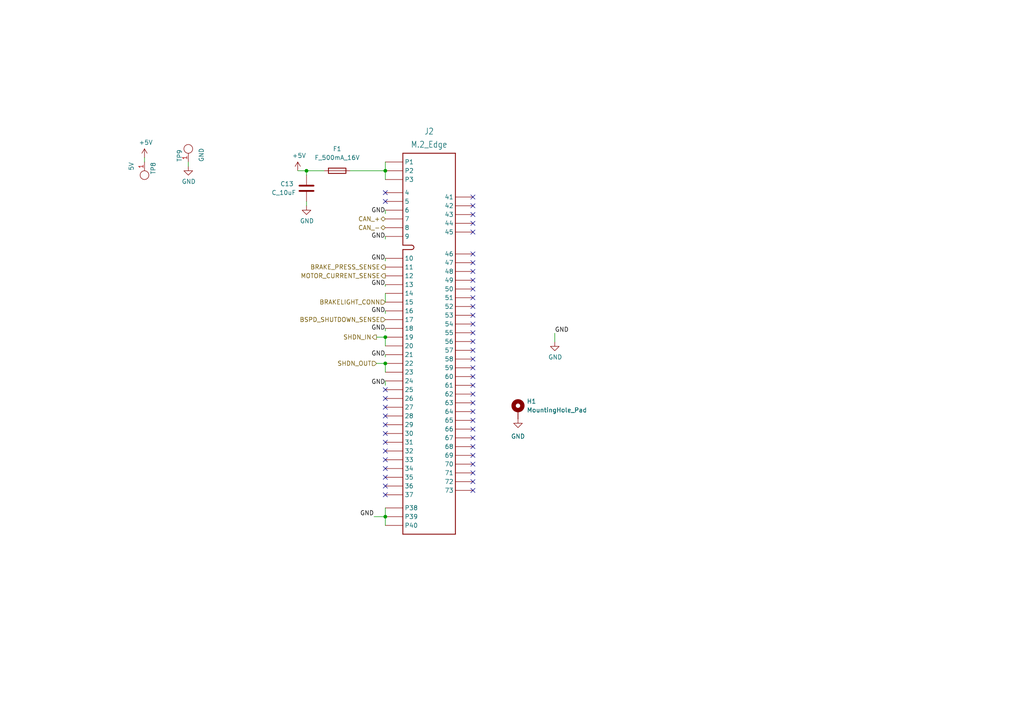
<source format=kicad_sch>
(kicad_sch (version 20211123) (generator eeschema)
  (paper "A4")
  (lib_symbols
    (symbol "Mechanical:MountingHole_Pad" (pin_numbers hide) (pin_names (offset 1.016) hide)
      (property "Reference" "H" (at 0 6.35 0))
      (property "Value" "MountingHole_Pad" (at 0 4.445 0))
      (symbol "MountingHole_Pad_0_1"
        (circle (center 0 1.27) (radius 1.27) (stroke (width 1.27)))
      )
      (symbol "MountingHole_Pad_1_1"
        (pin input line (at 0 -2.54 90) (length 2.54) (name "1") (number "1"))
      )
    )
    (symbol "OEM:Automotive_M.2_Edge_Connector"
      (property "Reference" "J?" (at 1.27 49.53 0))
      (property "Value" "Automotive_M.2_Edge_Connector" (at 7.62 45.72 0))
      (symbol "Automotive_M.2_Edge_Connector_0_1"
        (arc (start -5.0436 15.2415) (mid -4.4198 15.8765) (end -5.0436 16.5115) (stroke (width 0.25)))
        (polyline (pts (xy -7.62 15.24) (xy -5.08 15.24)) (stroke (width 0.25)))
        (polyline (pts (xy -7.62 16.51) (xy -5.08 16.51)) (stroke (width 0.25)))
        (polyline (pts (xy -7.62 43.18) (xy -7.62 16.51)) (stroke (width 0.25)))
        (polyline (pts (xy 7.62 -67.31) (xy -7.62 -67.31)) (stroke (width 0.25)))
      )
      (symbol "Automotive_M.2_Edge_Connector_1_0"
        (polyline (pts (xy -7.62 -67.31) (xy -7.62 15.24)) (stroke (width 0.254)))
        (polyline (pts (xy 7.62 43.18) (xy -7.62 43.18)) (stroke (width 0.254)))
        (polyline (pts (xy 7.62 43.18) (xy 7.62 -67.31)) (stroke (width 0.254)))
        (pin bidirectional line (at -12.7 12.7 0) (length 5.08) (name "10") (number "10"))
        (pin bidirectional line (at -12.7 10.16 0) (length 5.08) (name "11") (number "11"))
        (pin bidirectional line (at -12.7 7.62 0) (length 5.08) (name "12") (number "12"))
        (pin bidirectional line (at -12.7 5.08 0) (length 5.08) (name "13") (number "13"))
        (pin bidirectional line (at -12.7 2.54 0) (length 5.08) (name "14") (number "14"))
        (pin bidirectional line (at -12.7 0 0) (length 5.08) (name "15") (number "15"))
        (pin bidirectional line (at -12.7 -2.54 0) (length 5.08) (name "16") (number "16"))
        (pin bidirectional line (at -12.7 -5.08 0) (length 5.08) (name "17") (number "17"))
        (pin bidirectional line (at -12.7 -7.62 0) (length 5.08) (name "18") (number "18"))
        (pin bidirectional line (at -12.7 -10.16 0) (length 5.08) (name "19") (number "19"))
        (pin bidirectional line (at -12.7 -12.7 0) (length 5.08) (name "20") (number "20"))
        (pin bidirectional line (at -12.7 -15.24 0) (length 5.08) (name "21") (number "21"))
        (pin bidirectional line (at -12.7 -17.78 0) (length 5.08) (name "22") (number "22"))
        (pin bidirectional line (at -12.7 -20.32 0) (length 5.08) (name "23") (number "23"))
        (pin bidirectional line (at -12.7 -22.86 0) (length 5.08) (name "24") (number "24"))
        (pin bidirectional line (at -12.7 -25.4 0) (length 5.08) (name "25") (number "25"))
        (pin bidirectional line (at -12.7 -27.94 0) (length 5.08) (name "26") (number "26"))
        (pin bidirectional line (at -12.7 -30.48 0) (length 5.08) (name "27") (number "27"))
        (pin bidirectional line (at -12.7 -33.02 0) (length 5.08) (name "28") (number "28"))
        (pin bidirectional line (at -12.7 -35.56 0) (length 5.08) (name "29") (number "29"))
        (pin bidirectional line (at -12.7 -38.1 0) (length 5.08) (name "30") (number "30"))
        (pin bidirectional line (at -12.7 -40.64 0) (length 5.08) (name "31") (number "31"))
        (pin bidirectional line (at -12.7 -43.18 0) (length 5.08) (name "32") (number "32"))
        (pin bidirectional line (at -12.7 -45.72 0) (length 5.08) (name "33") (number "33"))
        (pin bidirectional line (at -12.7 -48.26 0) (length 5.08) (name "34") (number "34"))
        (pin bidirectional line (at -12.7 -50.8 0) (length 5.08) (name "35") (number "35"))
        (pin bidirectional line (at -12.7 -53.34 0) (length 5.08) (name "36") (number "36"))
        (pin bidirectional line (at -12.7 -55.88 0) (length 5.08) (name "37") (number "37"))
        (pin bidirectional line (at -12.7 31.75 0) (length 5.08) (name "4") (number "4"))
        (pin bidirectional line (at 12.7 30.48 180) (length 5.08) (name "41") (number "41"))
        (pin bidirectional line (at 12.7 27.94 180) (length 5.08) (name "42") (number "42"))
        (pin bidirectional line (at 12.7 25.4 180) (length 5.08) (name "43") (number "43"))
        (pin bidirectional line (at 12.7 22.86 180) (length 5.08) (name "44") (number "44"))
        (pin bidirectional line (at 12.7 20.32 180) (length 5.08) (name "45") (number "45"))
        (pin bidirectional line (at 12.7 13.97 180) (length 5.08) (name "46") (number "46"))
        (pin bidirectional line (at 12.7 11.43 180) (length 5.08) (name "47") (number "47"))
        (pin bidirectional line (at 12.7 8.89 180) (length 5.08) (name "48") (number "48"))
        (pin bidirectional line (at 12.7 6.35 180) (length 5.08) (name "49") (number "49"))
        (pin bidirectional line (at -12.7 29.21 0) (length 5.08) (name "5") (number "5"))
        (pin bidirectional line (at 12.7 3.81 180) (length 5.08) (name "50") (number "50"))
        (pin bidirectional line (at 12.7 1.27 180) (length 5.08) (name "51") (number "51"))
        (pin bidirectional line (at 12.7 -1.27 180) (length 5.08) (name "52") (number "52"))
        (pin bidirectional line (at 12.7 -3.81 180) (length 5.08) (name "53") (number "53"))
        (pin bidirectional line (at 12.7 -6.35 180) (length 5.08) (name "54") (number "54"))
        (pin bidirectional line (at 12.7 -8.89 180) (length 5.08) (name "55") (number "55"))
        (pin bidirectional line (at 12.7 -11.43 180) (length 5.08) (name "56") (number "56"))
        (pin bidirectional line (at 12.7 -13.97 180) (length 5.08) (name "57") (number "57"))
        (pin bidirectional line (at 12.7 -16.51 180) (length 5.08) (name "58") (number "58"))
        (pin bidirectional line (at 12.7 -19.05 180) (length 5.08) (name "59") (number "59"))
        (pin bidirectional line (at -12.7 26.67 0) (length 5.08) (name "6") (number "6"))
        (pin bidirectional line (at 12.7 -21.59 180) (length 5.08) (name "60") (number "60"))
        (pin bidirectional line (at 12.7 -24.13 180) (length 5.08) (name "61") (number "61"))
        (pin bidirectional line (at 12.7 -26.67 180) (length 5.08) (name "62") (number "62"))
        (pin bidirectional line (at 12.7 -29.21 180) (length 5.08) (name "63") (number "63"))
        (pin bidirectional line (at 12.7 -31.75 180) (length 5.08) (name "64") (number "64"))
        (pin bidirectional line (at 12.7 -34.29 180) (length 5.08) (name "65") (number "65"))
        (pin bidirectional line (at 12.7 -36.83 180) (length 5.08) (name "66") (number "66"))
        (pin bidirectional line (at 12.7 -39.37 180) (length 5.08) (name "67") (number "67"))
        (pin bidirectional line (at 12.7 -41.91 180) (length 5.08) (name "68") (number "68"))
        (pin bidirectional line (at 12.7 -44.45 180) (length 5.08) (name "69") (number "69"))
        (pin bidirectional line (at -12.7 24.13 0) (length 5.08) (name "7") (number "7"))
        (pin bidirectional line (at 12.7 -46.99 180) (length 5.08) (name "70") (number "70"))
        (pin bidirectional line (at 12.7 -49.53 180) (length 5.08) (name "71") (number "71"))
        (pin bidirectional line (at 12.7 -52.07 180) (length 5.08) (name "72") (number "72"))
        (pin bidirectional line (at 12.7 -54.61 180) (length 5.08) (name "73") (number "73"))
        (pin bidirectional line (at -12.7 21.59 0) (length 5.08) (name "8") (number "8"))
        (pin bidirectional line (at -12.7 19.05 0) (length 5.08) (name "9") (number "9"))
        (pin bidirectional line (at -12.7 40.64 0) (length 5.08) (name "P1") (number "P1"))
        (pin bidirectional line (at -12.7 38.1 0) (length 5.08) (name "P2") (number "P2"))
        (pin bidirectional line (at -12.7 35.56 0) (length 5.08) (name "P3") (number "P3"))
        (pin bidirectional line (at -12.7 -59.69 0) (length 5.08) (name "P38") (number "P38"))
        (pin bidirectional line (at -12.7 -62.23 0) (length 5.08) (name "P39") (number "P39"))
        (pin bidirectional line (at -12.7 -64.77 0) (length 5.08) (name "P40") (number "P40"))
      )
    )
    (symbol "OEM:10uF" (pin_numbers hide) (pin_names (offset 0.254))
      (property "Reference" "C" (at 0.635 3.81 0))
      (property "Value" "C_10uF" (at 0.635 -1.27 0))
      (symbol "10uF_0_1"
        (polyline (pts (xy -2.032 0.508) (xy 2.032 0.508)) (stroke (width 0.508)))
        (polyline (pts (xy -2.032 2.032) (xy 2.032 2.032)) (stroke (width 0.508)))
      )
      (symbol "10uF_1_1"
        (pin passive line (at 0 5.08 270) (length 2.794) (name "~") (number "1"))
        (pin passive line (at 0 -2.54 90) (length 2.794) (name "~") (number "2"))
      )
    )
    (symbol "formula:F_500mA_16V" (pin_numbers hide) (pin_names (offset 0))
      (property "Reference" "F" (at 2.032 0 90))
      (property "Value" "F_500mA_16V" (at -1.905 0 90))
      (symbol "F_500mA_16V_0_1"
        (rectangle (start -0.762 -2.54) (end 0.762 2.54) (stroke (width 0.254)))
        (polyline (pts (xy 0 2.54) (xy 0 -2.54)))
      )
      (symbol "F_500mA_16V_1_1"
        (pin passive line (at 0 3.81 270) (length 1.27) (name "~") (number "1"))
        (pin passive line (at 0 -3.81 90) (length 1.27) (name "~") (number "2"))
      )
    )
    (symbol "OEM:TP_SMD" (pin_names (offset 1.016))
      (property "Reference" "TP" (at 0 7.62 0))
      (property "Value" "Test_Point_SMD" (at 1.27 5.08 0))
      (symbol "TP_SMD_1_1"
        (circle (center 0 2.54) (radius 1.27))
        (pin input line (at 0 -1.27 90) (length 2.54) (name "~") (number "1"))
      )
    )
    (symbol "power:+5V" (power) (pin_names (offset 0))
      (property "Value" "+5V" (at 0 3.556 0))
      (symbol "+5V_0_1"
        (polyline (pts (xy -0.762 1.27) (xy 0 2.54)))
        (polyline (pts (xy 0 0) (xy 0 2.54)))
        (polyline (pts (xy 0 2.54) (xy 0.762 1.27)))
      )
      (symbol "+5V_1_1"
        (pin power_in line (at 0 0 90) (length 0) hide (name "+5V") (number "1"))
      )
    )
    (symbol "power:GND" (power) (pin_names (offset 0))
      (property "Value" "GND" (at 0 -3.81 0))
      (symbol "GND_0_1"
        (polyline (pts (xy 0 0) (xy 0 -1.27) (xy 1.27 -1.27) (xy 0 -2.54) (xy -1.27 -1.27) (xy 0 -1.27)))
      )
      (symbol "GND_1_1"
        (pin power_in line (at 0 0 270) (length 0) hide (name "GND") (number "1"))
      )
    )
  )
  (junction (at 111.76 105.41))
  (junction (at 111.76 149.86))
  (junction (at 88.9 49.53))
  (junction (at 111.76 49.53))
  (junction (at 111.76 97.79))
  (no_connect (at 111.76 138.43))
  (no_connect (at 137.16 132.08))
  (no_connect (at 111.76 123.19))
  (no_connect (at 137.16 83.82))
  (no_connect (at 137.16 57.15))
  (no_connect (at 137.16 59.69))
  (no_connect (at 137.16 62.23))
  (no_connect (at 137.16 64.77))
  (no_connect (at 137.16 67.31))
  (no_connect (at 137.16 73.66))
  (no_connect (at 137.16 76.2))
  (no_connect (at 137.16 78.74))
  (no_connect (at 137.16 81.28))
  (no_connect (at 137.16 88.9))
  (no_connect (at 137.16 129.54))
  (no_connect (at 137.16 111.76))
  (no_connect (at 137.16 137.16))
  (no_connect (at 111.76 118.11))
  (no_connect (at 137.16 116.84))
  (no_connect (at 137.16 99.06))
  (no_connect (at 111.76 120.65))
  (no_connect (at 137.16 134.62))
  (no_connect (at 137.16 86.36))
  (no_connect (at 137.16 104.14))
  (no_connect (at 137.16 114.3))
  (no_connect (at 137.16 96.52))
  (no_connect (at 137.16 101.6))
  (no_connect (at 137.16 91.44))
  (no_connect (at 111.76 133.35))
  (no_connect (at 137.16 142.24))
  (no_connect (at 137.16 127))
  (no_connect (at 111.76 55.88))
  (no_connect (at 111.76 58.42))
  (no_connect (at 111.76 143.51))
  (no_connect (at 111.76 140.97))
  (no_connect (at 111.76 135.89))
  (no_connect (at 111.76 128.27))
  (no_connect (at 137.16 121.92))
  (no_connect (at 111.76 130.81))
  (no_connect (at 137.16 124.46))
  (no_connect (at 111.76 113.03))
  (no_connect (at 137.16 109.22))
  (no_connect (at 137.16 93.98))
  (no_connect (at 137.16 119.38))
  (no_connect (at 111.76 115.57))
  (no_connect (at 137.16 139.7))
  (no_connect (at 111.76 125.73))
  (no_connect (at 137.16 106.68))
  (wire (pts (xy 111.76 147.32) (xy 111.76 149.86)))
  (wire (pts (xy 160.909 96.647) (xy 160.909 99.187)))
  (wire (pts (xy 111.76 85.09) (xy 111.76 87.63)))
  (wire (pts (xy 86.36 49.53) (xy 88.9 49.53)))
  (wire (pts (xy 111.76 149.86) (xy 111.76 152.4)))
  (wire (pts (xy 111.76 105.41) (xy 111.76 107.95)))
  (wire (pts (xy 54.61 46.99) (xy 54.61 48.26)))
  (wire (pts (xy 111.76 61.976) (xy 111.76 60.96)))
  (wire (pts (xy 109.22 105.41) (xy 111.76 105.41)))
  (wire (pts (xy 108.4834 149.86) (xy 111.76 149.86)))
  (wire (pts (xy 88.9 58.42) (xy 88.9 59.69)))
  (wire (pts (xy 88.9 49.53) (xy 93.98 49.53)))
  (wire (pts (xy 88.9 50.8) (xy 88.9 49.53)))
  (wire (pts (xy 111.76 103.5304) (xy 111.76 102.87)))
  (wire (pts (xy 111.76 83.058) (xy 111.76 82.55)))
  (wire (pts (xy 111.76 75.692) (xy 111.76 74.93)))
  (wire (pts (xy 111.76 46.99) (xy 111.76 49.53)))
  (wire (pts (xy 101.6 49.53) (xy 111.76 49.53)))
  (wire (pts (xy 109.22 97.79) (xy 111.76 97.79)))
  (wire (pts (xy 41.91 45.72) (xy 41.91 46.99)))
  (wire (pts (xy 111.76 97.79) (xy 111.76 100.33)))
  (wire (pts (xy 111.76 111.76) (xy 111.76 110.49)))
  (wire (pts (xy 111.76 96.012) (xy 111.76 95.25)))
  (wire (pts (xy 111.76 69.342) (xy 111.76 68.58)))
  (wire (pts (xy 111.76 90.932) (xy 111.76 90.17)))
  (wire (pts (xy 111.76 49.53) (xy 111.76 52.07)))
  (label "GND" (at 111.76 103.5304 180))
  (label "GND" (at 160.909 96.647 0))
  (label "GND" (at 108.4834 149.86 180))
  (label "GND" (at 111.76 111.76 180))
  (label "GND" (at 111.76 75.692 180))
  (label "GND" (at 111.76 96.012 180))
  (label "GND" (at 111.76 83.058 180))
  (label "GND" (at 111.76 61.976 180))
  (label "GND" (at 111.76 69.342 180))
  (label "GND" (at 111.76 90.932 180))
  (hierarchical_label "CAN_-" (shape bidirectional) (at 111.76 66.04 180))
  (hierarchical_label "BSPD_SHUTDOWN_SENSE" (shape input) (at 111.76 92.71 180))
  (hierarchical_label "MOTOR_CURRENT_SENSE" (shape output) (at 111.76 80.01 180))
  (hierarchical_label "SHDN_IN" (shape output) (at 109.22 97.79 180))
  (hierarchical_label "SHDN_OUT" (shape input) (at 109.22 105.41 180))
  (hierarchical_label "BRAKE_PRESS_SENSE" (shape output) (at 111.76 77.47 180))
  (hierarchical_label "BRAKELIGHT_CONN" (shape input) (at 111.76 87.63 180))
  (hierarchical_label "CAN_+" (shape bidirectional) (at 111.76 63.5 180))
  (symbol (lib_id "power:GND") (at 150.241 121.4882 0) (unit 1)
    (property "Reference" "#PWR?" (effects hide))
    (property "Value" "GND" (at 150.241 126.5682 0))
  )
  (symbol (lib_id "OEM:TP_SMD") (at 41.91 48.26 180) (unit 1)
    (property "Reference" "TP8" (at 44.45 46.99 90) (effects (justify left)))
    (property "Value" "5V" (at 38.1 46.99 90) (effects (justify left)))
    (property "Footprint" "footprints:Test_Point_SMD" (effects hide))
  )
  (symbol (lib_id "power:GND") (at 160.909 99.187 0) (unit 1)
    (property "Reference" "#PWR?" (effects hide))
    (property "Value" "GND" (at 161.036 103.5812 0))
  )
  (symbol (lib_id "power:GND") (at 88.9 59.69 0) (unit 1)
    (property "Reference" "#PWR?" (effects hide))
    (property "Value" "GND" (at 89.027 64.0842 0))
  )
  (symbol (lib_id "formula:F_500mA_16V") (at 97.79 49.53 90) (unit 1)
    (property "Reference" "F1" (at 97.79 43.18 90))
    (property "Value" "F_500mA_16V" (at 97.79 45.72 90))
    (property "Footprint" "footprints:Fuse_1210" (effects hide))
    (property "Datasheet" "https://belfuse.com/resources/CircuitProtection/datasheets/0ZCH%20Nov2016.pdf" (effects hide))
    (property "MFN" "DK" (effects hide))
    (property "MPN" "507-1786-1-ND" (effects hide))
    (property "PurchasingLink" "https://www.digikey.com/product-detail/en/bel-fuse-inc/0ZCH0050FF2G/507-1786-1-ND/4156209" (effects hide))
  )
  (symbol (lib_id "OEM:TP_SMD") (at 54.61 45.72 0) (unit 1)
    (property "Reference" "TP9" (at 52.07 46.99 90) (effects (justify left)))
    (property "Value" "GND" (at 58.42 46.99 90) (effects (justify left)))
    (property "Footprint" "footprints:Test_Point_SMD" (effects hide))
  )
  (symbol (lib_id "OEM:10uF") (at 88.9 55.88 0) (unit 1)
    (property "Reference" "C13" (at 81.28 53.34 0) (effects (justify left)))
    (property "Value" "C_10uF" (at 78.74 55.88 0) (effects (justify left)))
    (property "Footprint" "footprints:C_0805_OEM" (effects hide))
    (property "Datasheet" "http://www.samsungsem.com/kr/support/product-search/mlcc/__icsFiles/afieldfile/2018/06/20/CL21A106KPFNNNE.pdf" (effects hide))
    (property "MFN" "DK" (effects hide))
    (property "MPN" "1276-1052-1-ND" (effects hide))
    (property "PurchasingLink" "https://www.digikey.com/product-detail/en/samsung-electro-mechanics/CL21A106KPFNNNE/1276-1052-1-ND/3889138" (effects hide))
  )
  (symbol (lib_id "power:+5V") (at 41.91 45.72 0) (unit 1)
    (property "Reference" "#PWR?" (effects hide))
    (property "Value" "+5V" (at 42.291 41.3258 0))
  )
  (symbol (lib_id "power:GND") (at 54.61 48.26 0) (unit 1)
    (property "Reference" "#PWR?" (effects hide))
    (property "Value" "GND" (at 54.737 52.6542 0))
  )
  (symbol (lib_id "OEM:Automotive_M.2_Edge_Connector") (at 124.46 87.63 0) (unit 1)
    (property "Reference" "J2" (at 124.46 38.1 0) (effects (font (size 1.778 1.5113))))
    (property "Value" "M.2_Edge" (at 124.46 41.91 0) (effects (font (size 1.778 1.5113))))
    (property "Footprint" "footprints:Automotive_M.2_Edge_Connector" (effects hide))
  )
  (symbol (lib_id "power:+5V") (at 86.36 49.53 0) (unit 1)
    (property "Reference" "#PWR?" (effects hide))
    (property "Value" "+5V" (at 86.741 45.1358 0))
  )
  (symbol (lib_id "Mechanical:MountingHole_Pad") (at 150.241 118.9482 0) (unit 1)
    (property "Reference" "H1" (at 152.781 116.4081 0) (effects (justify left)))
    (property "Value" "MountingHole_Pad" (at 152.781 118.9481 0) (effects (justify left)))
    (property "Footprint" "OEM:M.2_Mount" (effects hide))
  )
)
</source>
